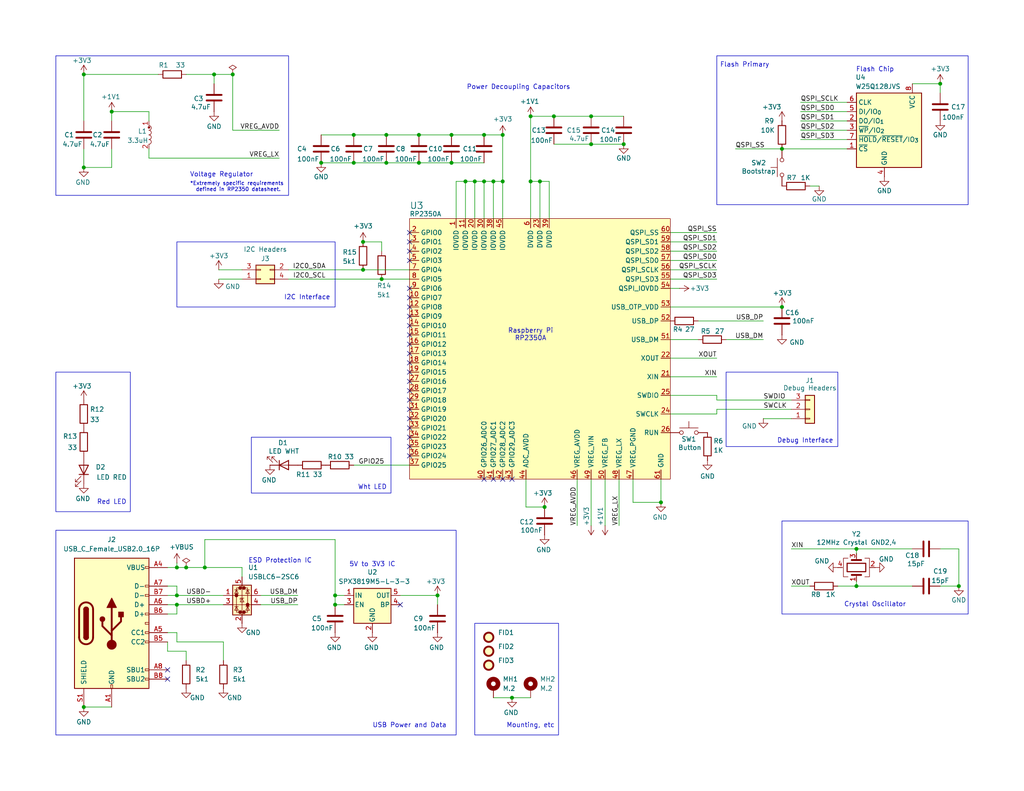
<source format=kicad_sch>
(kicad_sch (version 20250114) (generator "eeschema") (generator_version "9.0")
  (paper "A")
  (title_block (title "RP2350A Breakout Board") (date "2026-02-19") (rev "A") (company "N####### G####"))
  (rectangle (start 228.6 101.6) (end 198.12 121.92))
  (rectangle (start 15.24 144.78) (end 124.46 200.66))
  (rectangle (start 68.58 119.38) (end 106.68 134.62))
  (rectangle (start 195.58 15.24) (end 264.16 55.88))
  (rectangle (start 48.26 66.04) (end 91.44 83.82))
  (rectangle (start 213.36 142.24) (end 264.16 167.64))
  (rectangle (start 129.54 170.18) (end 152.4 200.66))
  (rectangle (start 15.24 101.6) (end 35.56 139.7))
  (rectangle (start 15.24 15.24) (end 78.74 53.34))
  (text "5V to 3V3 IC" (at 101.6 154.178 0) (effects (font (size 1.27 1.27))))
  (text "I2C Interface" (at 83.82 81.28 0) (effects (font (size 1.27 1.27))))
  (text "Debug Interface" (at 219.71 120.396 0) (effects (font (size 1.27 1.27))))
  (text "Raspberry Pi\nRP2350A" (at 144.78 91.44 0) (effects (font (size 1.27 1.27))))
  (text "Mounting, etc" (at 144.78 198.12 0) (effects (font (size 1.27 1.27))))
  (text "*Extremely specific requirements \ndefined in RP2350 datasheet." (at 65.024 51.054 0) (effects (font (size 1.016 1.016))))
  (text "ESD Protection IC" (at 76.454 153.162 0) (effects (font (size 1.27 1.27))))
  (text "Power Decoupling Capacitors" (at 141.478 23.876 0) (effects (font (size 1.27 1.27))))
  (text "Flash Primary" (at 203.2 17.78 0) (effects (font (size 1.27 1.27))))
  (text "Flash Chip" (at 238.76 19.05 0) (effects (font (size 1.27 1.27))))
  (text "Red LED" (at 30.48 137.16 0) (effects (font (size 1.27 1.27))))
  (text "USB Power and Data" (at 111.76 198.12 0) (effects (font (size 1.27 1.27))))
  (text "Wht LED" (at 101.6 133.096 0) (effects (font (size 1.27 1.27))))
  (text "Voltage Regulator" (at 60.452 47.752 0) (effects (font (size 1.27 1.27))))
  (text "Crystal Oscillator" (at 238.76 165.1 0) (effects (font (size 1.27 1.27))))
  (junction (at 91.44 162.56))
  (junction (at 132.08 36.83))
  (junction (at 256.54 22.86))
  (junction (at 147.32 49.53))
  (junction (at 161.29 39.37))
  (junction (at 58.42 20.32))
  (junction (at 22.86 193.04))
  (junction (at 137.16 36.83))
  (junction (at 63.5 20.32))
  (junction (at 48.26 154.94))
  (junction (at 55.88 154.94))
  (junction (at 144.78 31.75))
  (junction (at 180.34 137.16))
  (junction (at 129.54 49.53))
  (junction (at 161.29 31.75))
  (junction (at 233.68 149.86))
  (junction (at 119.38 162.56))
  (junction (at 114.3 36.83))
  (junction (at 105.41 44.45))
  (junction (at 22.86 20.32))
  (junction (at 137.16 49.53))
  (junction (at 151.13 31.75))
  (junction (at 99.06 66.04))
  (junction (at 50.8 154.94))
  (junction (at 105.41 36.83))
  (junction (at 48.26 162.56))
  (junction (at 127 49.53))
  (junction (at 170.18 39.37))
  (junction (at 144.78 49.53))
  (junction (at 48.26 165.1))
  (junction (at 96.52 36.83))
  (junction (at 139.7 190.5))
  (junction (at 261.62 160.02))
  (junction (at 213.36 83.82))
  (junction (at 96.52 44.45))
  (junction (at 87.63 44.45))
  (junction (at 30.48 30.48))
  (junction (at 132.08 49.53))
  (junction (at 123.19 44.45))
  (junction (at 213.36 40.64))
  (junction (at 134.62 49.53))
  (junction (at 114.3 44.45))
  (junction (at 104.14 76.2))
  (junction (at 123.19 36.83))
  (junction (at 99.06 73.66))
  (junction (at 91.44 165.1))
  (junction (at 22.86 45.72))
  (junction (at 233.68 160.02))
  (junction (at 148.59 138.43))
  (no_connect (at 111.76 111.76))
  (no_connect (at 137.16 130.81))
  (no_connect (at 111.76 104.14))
  (no_connect (at 139.7 130.81))
  (no_connect (at 132.08 130.81))
  (no_connect (at 111.76 116.84))
  (no_connect (at 111.76 66.04))
  (no_connect (at 111.76 119.38))
  (no_connect (at 111.76 63.5))
  (no_connect (at 111.76 81.28))
  (no_connect (at 111.76 93.98))
  (no_connect (at 111.76 99.06))
  (no_connect (at 111.76 88.9))
  (no_connect (at 134.62 130.81))
  (no_connect (at 111.76 71.12))
  (no_connect (at 45.72 182.88))
  (no_connect (at 111.76 101.6))
  (no_connect (at 111.76 124.46))
  (no_connect (at 111.76 109.22))
  (no_connect (at 111.76 91.44))
  (no_connect (at 111.76 78.74))
  (no_connect (at 111.76 106.68))
  (no_connect (at 111.76 114.3))
  (no_connect (at 111.76 121.92))
  (no_connect (at 111.76 96.52))
  (no_connect (at 109.22 165.1))
  (no_connect (at 111.76 68.58))
  (no_connect (at 111.76 83.82))
  (no_connect (at 111.76 86.36))
  (no_connect (at 45.72 185.42))
  (wire (pts (xy 93.98 165.1) (xy 91.44 165.1)))
  (wire (pts (xy 48.26 172.72) (xy 48.26 175.26)))
  (wire (pts (xy 48.26 162.56) (xy 60.96 162.56)))
  (wire (pts (xy 195.58 107.95) (xy 195.58 109.22)))
  (wire (pts (xy 99.06 73.66) (xy 111.76 73.66)))
  (wire (pts (xy 139.7 190.5) (xy 144.78 190.5)))
  (wire (pts (xy 151.13 39.37) (xy 161.29 39.37)))
  (wire (pts (xy 144.78 31.75) (xy 144.78 49.53)))
  (wire (pts (xy 215.9 114.3) (xy 208.28 114.3)))
  (wire (pts (xy 218.44 33.02) (xy 231.14 33.02)))
  (wire (pts (xy 55.88 147.32) (xy 91.44 147.32)))
  (wire (pts (xy 182.88 78.74) (xy 185.42 78.74)))
  (wire (pts (xy 256.54 160.02) (xy 261.62 160.02)))
  (wire (pts (xy 58.42 20.32) (xy 58.42 22.86)))
  (wire (pts (xy 58.42 20.32) (xy 63.5 20.32)))
  (wire (pts (xy 137.16 36.83) (xy 137.16 49.53)))
  (wire (pts (xy 114.3 44.45) (xy 123.19 44.45)))
  (wire (pts (xy 40.64 40.64) (xy 40.64 43.18)))
  (wire (pts (xy 149.86 49.53) (xy 149.86 59.69)))
  (wire (pts (xy 78.74 76.2) (xy 104.14 76.2)))
  (wire (pts (xy 195.58 113.03) (xy 195.58 111.76)))
  (wire (pts (xy 45.72 165.1) (xy 48.26 165.1)))
  (wire (pts (xy 48.26 153.67) (xy 48.26 154.94)))
  (wire (pts (xy 40.64 33.02) (xy 40.64 30.48)))
  (wire (pts (xy 22.86 20.32) (xy 43.18 20.32)))
  (wire (pts (xy 96.52 127) (xy 111.76 127)))
  (wire (pts (xy 104.14 76.2) (xy 111.76 76.2)))
  (wire (pts (xy 22.86 193.04) (xy 30.48 193.04)))
  (wire (pts (xy 105.41 44.45) (xy 114.3 44.45)))
  (wire (pts (xy 161.29 39.37) (xy 170.18 39.37)))
  (wire (pts (xy 182.88 66.04) (xy 195.58 66.04)))
  (wire (pts (xy 215.9 149.86) (xy 233.68 149.86)))
  (wire (pts (xy 182.88 107.95) (xy 195.58 107.95)))
  (wire (pts (xy 22.86 45.72) (xy 30.48 45.72)))
  (wire (pts (xy 132.08 49.53) (xy 132.08 59.69)))
  (wire (pts (xy 134.62 49.53) (xy 137.16 49.53)))
  (wire (pts (xy 161.29 31.75) (xy 170.18 31.75)))
  (wire (pts (xy 87.63 36.83) (xy 96.52 36.83)))
  (wire (pts (xy 45.72 167.64) (xy 48.26 167.64)))
  (wire (pts (xy 50.8 20.32) (xy 58.42 20.32)))
  (wire (pts (xy 218.44 30.48) (xy 231.14 30.48)))
  (wire (pts (xy 182.88 73.66) (xy 195.58 73.66)))
  (wire (pts (xy 182.88 76.2) (xy 195.58 76.2)))
  (wire (pts (xy 129.54 49.53) (xy 132.08 49.53)))
  (wire (pts (xy 218.44 35.56) (xy 231.14 35.56)))
  (wire (pts (xy 104.14 66.04) (xy 99.06 66.04)))
  (wire (pts (xy 55.88 154.94) (xy 66.04 154.94)))
  (wire (pts (xy 124.46 49.53) (xy 124.46 59.69)))
  (wire (pts (xy 198.12 92.71) (xy 208.28 92.71)))
  (wire (pts (xy 22.86 20.32) (xy 22.86 33.02)))
  (wire (pts (xy 71.12 162.56) (xy 81.28 162.56)))
  (wire (pts (xy 91.44 165.1) (xy 91.44 162.56)))
  (wire (pts (xy 161.29 130.81) (xy 161.29 143.51)))
  (wire (pts (xy 114.3 36.83) (xy 123.19 36.83)))
  (wire (pts (xy 60.96 175.26) (xy 60.96 180.34)))
  (wire (pts (xy 50.8 154.94) (xy 55.88 154.94)))
  (wire (pts (xy 45.72 175.26) (xy 45.72 177.8)))
  (wire (pts (xy 109.22 162.56) (xy 119.38 162.56)))
  (wire (pts (xy 45.72 162.56) (xy 48.26 162.56)))
  (wire (pts (xy 256.54 22.86) (xy 256.54 25.4)))
  (wire (pts (xy 132.08 36.83) (xy 137.16 36.83)))
  (wire (pts (xy 233.68 149.86) (xy 248.92 149.86)))
  (wire (pts (xy 143.51 130.81) (xy 143.51 138.43)))
  (wire (pts (xy 147.32 49.53) (xy 144.78 49.53)))
  (wire (pts (xy 218.44 38.1) (xy 231.14 38.1)))
  (wire (pts (xy 48.26 160.02) (xy 48.26 162.56)))
  (wire (pts (xy 134.62 190.5) (xy 139.7 190.5)))
  (wire (pts (xy 233.68 158.75) (xy 233.68 160.02)))
  (wire (pts (xy 134.62 49.53) (xy 134.62 59.69)))
  (wire (pts (xy 233.68 149.86) (xy 233.68 151.13)))
  (wire (pts (xy 45.72 177.8) (xy 50.8 177.8)))
  (wire (pts (xy 182.88 113.03) (xy 195.58 113.03)))
  (wire (pts (xy 149.86 49.53) (xy 147.32 49.53)))
  (wire (pts (xy 132.08 49.53) (xy 134.62 49.53)))
  (wire (pts (xy 48.26 175.26) (xy 60.96 175.26)))
  (wire (pts (xy 182.88 92.71) (xy 190.5 92.71)))
  (wire (pts (xy 87.63 44.45) (xy 96.52 44.45)))
  (wire (pts (xy 124.46 49.53) (xy 127 49.53)))
  (wire (pts (xy 233.68 160.02) (xy 248.92 160.02)))
  (wire (pts (xy 30.48 40.64) (xy 30.48 45.72)))
  (wire (pts (xy 228.6 160.02) (xy 233.68 160.02)))
  (wire (pts (xy 45.72 172.72) (xy 48.26 172.72)))
  (wire (pts (xy 180.34 130.81) (xy 180.34 137.16)))
  (wire (pts (xy 182.88 102.87) (xy 195.58 102.87)))
  (wire (pts (xy 40.64 43.18) (xy 76.2 43.18)))
  (wire (pts (xy 55.88 154.94) (xy 55.88 147.32)))
  (wire (pts (xy 261.62 149.86) (xy 261.62 160.02)))
  (wire (pts (xy 213.36 40.64) (xy 231.14 40.64)))
  (wire (pts (xy 220.98 50.8) (xy 223.52 50.8)))
  (wire (pts (xy 105.41 36.83) (xy 114.3 36.83)))
  (wire (pts (xy 172.72 130.81) (xy 172.72 137.16)))
  (wire (pts (xy 45.72 154.94) (xy 48.26 154.94)))
  (wire (pts (xy 127 49.53) (xy 129.54 49.53)))
  (wire (pts (xy 127 49.53) (xy 127 59.69)))
  (wire (pts (xy 182.88 63.5) (xy 195.58 63.5)))
  (wire (pts (xy 151.13 31.75) (xy 161.29 31.75)))
  (wire (pts (xy 91.44 147.32) (xy 91.44 162.56)))
  (wire (pts (xy 144.78 49.53) (xy 144.78 59.69)))
  (wire (pts (xy 129.54 49.53) (xy 129.54 59.69)))
  (wire (pts (xy 147.32 49.53) (xy 147.32 59.69)))
  (wire (pts (xy 63.5 35.56) (xy 76.2 35.56)))
  (wire (pts (xy 143.51 138.43) (xy 148.59 138.43)))
  (wire (pts (xy 256.54 149.86) (xy 261.62 149.86)))
  (wire (pts (xy 200.66 40.64) (xy 213.36 40.64)))
  (wire (pts (xy 172.72 137.16) (xy 180.34 137.16)))
  (wire (pts (xy 195.58 111.76) (xy 215.9 111.76)))
  (wire (pts (xy 93.98 162.56) (xy 91.44 162.56)))
  (wire (pts (xy 30.48 30.48) (xy 40.64 30.48)))
  (wire (pts (xy 157.48 130.81) (xy 157.48 143.51)))
  (wire (pts (xy 96.52 44.45) (xy 105.41 44.45)))
  (wire (pts (xy 59.69 73.66) (xy 66.04 73.66)))
  (wire (pts (xy 195.58 109.22) (xy 215.9 109.22)))
  (wire (pts (xy 182.88 83.82) (xy 213.36 83.82)))
  (wire (pts (xy 78.74 73.66) (xy 99.06 73.66)))
  (wire (pts (xy 123.19 36.83) (xy 132.08 36.83)))
  (wire (pts (xy 144.78 31.75) (xy 151.13 31.75)))
  (wire (pts (xy 50.8 177.8) (xy 50.8 180.34)))
  (wire (pts (xy 104.14 68.58) (xy 104.14 66.04)))
  (wire (pts (xy 123.19 44.45) (xy 132.08 44.45)))
  (wire (pts (xy 165.1 130.81) (xy 165.1 143.51)))
  (wire (pts (xy 59.69 76.2) (xy 66.04 76.2)))
  (wire (pts (xy 71.12 165.1) (xy 81.28 165.1)))
  (wire (pts (xy 63.5 20.32) (xy 63.5 35.56)))
  (wire (pts (xy 248.92 22.86) (xy 256.54 22.86)))
  (wire (pts (xy 48.26 167.64) (xy 48.26 165.1)))
  (wire (pts (xy 30.48 30.48) (xy 30.48 33.02)))
  (wire (pts (xy 182.88 97.79) (xy 195.58 97.79)))
  (wire (pts (xy 182.88 71.12) (xy 195.58 71.12)))
  (wire (pts (xy 182.88 68.58) (xy 195.58 68.58)))
  (wire (pts (xy 22.86 40.64) (xy 22.86 45.72)))
  (wire (pts (xy 96.52 36.83) (xy 105.41 36.83)))
  (wire (pts (xy 66.04 154.94) (xy 66.04 157.48)))
  (wire (pts (xy 218.44 27.94) (xy 231.14 27.94)))
  (wire (pts (xy 190.5 87.63) (xy 208.28 87.63)))
  (wire (pts (xy 45.72 160.02) (xy 48.26 160.02)))
  (wire (pts (xy 168.91 130.81) (xy 168.91 143.51)))
  (wire (pts (xy 48.26 154.94) (xy 50.8 154.94)))
  (wire (pts (xy 220.98 160.02) (xy 215.9 160.02)))
  (wire (pts (xy 119.38 162.56) (xy 119.38 165.1)))
  (wire (pts (xy 48.26 165.1) (xy 60.96 165.1)))
  (wire (pts (xy 137.16 49.53) (xy 137.16 59.69)))
  (label "QSPI_SD2" (at 218.44 35.56 0))
  (label "I2C0_SDA" (at 88.9 73.66 180))
  (label "QSPI_SD1" (at 218.44 33.02 0))
  (label "SWDIO" (at 208.28 109.22 0))
  (label "SWCLK" (at 208.28 111.76 0))
  (label "USB_DM" (at 81.28 162.56 180))
  (label "VREG_LX" (at 168.91 143.51 90))
  (label "QSPI_SS" (at 195.58 63.5 180))
  (label "QSPI_SD3" (at 195.58 76.2 180))
  (label "QSPI_SD0" (at 218.44 30.48 0))
  (label "I2C0_SCL" (at 88.9 76.2 180))
  (label "XIN" (at 215.9 149.86 0))
  (label "QSPI_SD3" (at 218.44 38.1 0))
  (label "USB_DP" (at 81.28 165.1 180))
  (label "USBD+" (at 50.8 165.1 0))
  (label "QSPI_SD1" (at 195.58 66.04 180))
  (label "QSPI_SD0" (at 195.58 71.12 180))
  (label "USB_DM" (at 208.28 92.71 180))
  (label "VREG_AVDD" (at 76.2 35.56 180))
  (label "VREG_AVDD" (at 157.48 143.51 90))
  (label "QSPI_SCLK" (at 218.44 27.94 0))
  (label "XOUT" (at 195.58 97.79 180))
  (label "GPIO25" (at 97.79 127 0))
  (label "QSPI_SD2" (at 195.58 68.58 180))
  (label "QSPI_SS" (at 200.66 40.64 0))
  (label "USBD-" (at 50.8 162.56 0))
  (label "VREG_LX" (at 76.2 43.18 180))
  (label "USB_DP" (at 208.28 87.63 180))
  (label "XIN" (at 195.58 102.87 180))
  (label "XOUT" (at 215.9 160.02 0))
  (label "QSPI_SCLK" (at 195.58 73.66 180))
  (symbol (lib_id "Device:C") (at 256.54 29.21 0) (mirror y) (unit 1)
    (property "Reference" "C17" (at 263.398 29.21 0) (effects (justify left)))
    (property "Value" "100nF" (at 263.144 32.004 0) (effects (justify left)))
    (property "Footprint" "Capacitor_SMD:C_0603_1608Metric" (effects (hide yes)))
    (property "Datasheet" "https://jlcpcb.com/api/file/downloadByFileSystemAccessId/8667086713681608704" (effects (hide yes)))
    (property "Description" "100nF 50V X7R ±10% 0603 Multilayer Ceramic Unpolarized Capacitors" (effects (hide yes)))
    (property "Manufacturer" "YAGEO" (effects (hide yes)))
    (property "Manufacturer Part Number" "CC0603KRX7R9BB104" (effects (hide yes)))
    (property "Distributor Link 1" "https://www.mouser.com/ProductDetail/YAGEO/CC0603KRX7R9BB104?qs=vTakOoo5QyLvVCYM2ge8LQ%3D%3D" (effects (hide yes)))
    (property "Distributor Link 2" "https://www.digikey.com/en/products/detail/yageo/CC0603KRX7R9BB104/2103082?s=N4IgTCBcDaIMJwAwDZEGYDSAlAGgdiwE4AhYgRkQBYQBdAXyA" (effects (hide yes)))
    (property "LCSC Part Number" "C14663" (effects (hide yes)))
  )
  (symbol (lib_id "Switch:SW_Push") (at 187.96 118.11 0) (unit 1)
    (property "Reference" "SW1" (at 187.96 119.888 0))
    (property "Value" "Button" (at 188.214 122.174 0))
    (property "Footprint" "Button_Switch_SMD:SW_SPST_TS-1088-xR020" (effects (hide yes)))
    (property "Datasheet" "https://www.lcsc.com/datasheet/C720477.pdf" (effects (hide yes)))
    (property "Description" "Push button, -30℃~+80℃ 1.6N 100,000 Cycles 12V 2mm 3mm 4mm 50mA Black Round Button SMD(SMT) Tab SPST Surface Mount,Vertical Without Bracket SMD,4x3mm" (effects (hide yes)))
    (property "Manufacturer" "XUNPU" (effects (hide yes)))
    (property "Manufacturer Part Number" "TS-1088-AR02016" (effects (hide yes)))
    (property "LCSC Link" "https://www.lcsc.com/product-detail/C720477.html?s_z=n_C720477" (effects (hide yes)))
    (property "LCSC Part Number" "C720477" (effects (hide yes)))
  )
  (symbol (lib_id "custom:RP2350A") (at 111.76 59.69 0) (unit 1)
    (property "Reference" "U3" (at 111.76 56.134 0) (effects (font (size 1.778 1.778)) (justify left)))
    (property "Value" "RP2350A" (at 111.76 58.42 0) (effects (justify left)))
    (property "Footprint" "Package_DFN_QFN:QFN-60-1EP_7x7mm_P0.4mm_EP3.4x3.4mm" (effects (hide yes)))
    (property "Datasheet" "https://pip-assets.raspberrypi.com/categories/1214-rp2350/documents/RP-008373-DS-2-rp2350-datasheet.pdf" (effects (hide yes)))
    (property "Description" "Microcontroller RP2350A from Raspberry Pi 150MHz 520KB RAM 0MB FLASH" (effects (hide yes)))
    (property "Manufacturer" "Raspberry Pi" (effects (hide yes)))
    (property "Manufacturer Part Number" "RP2350A" (effects (hide yes)))
    (property "Distributor Link 1" "https://www.digikey.com/en/products/detail/raspberry-pi/SC1509-A4/26241108" (effects (hide yes)))
    (property "Distributor Link 2" "https://www.mouser.com/ProductDetail/Raspberry-Pi/SC1509-A4?qs=jcD%2FCkGBYeMjax32yHei3A%3D%3D" (effects (hide yes)))
    (property "LCSC Part Number" "C42411118" (effects (hide yes)))
  )
  (symbol (lib_id "power:PWR_FLAG") (at 50.8 154.94 0) (unit 1)
    (property "Reference" "#FLG02" (effects (hide yes)))
    (property "Value" "PWR_FLAG" (effects (hide yes)))
    (property "Description" "Special symbol for telling ERC where power comes from" (effects (hide yes)))
  )
  (symbol (lib_id "power:GND") (at 148.59 146.05 0) (unit 1)
    (property "Reference" "#PWR021" (effects (hide yes)))
    (property "Value" "GND" (at 148.336 150.114 0))
    (property "Description" "Power symbol creates a global label with name \"GND\" , ground" (effects (hide yes)))
  )
  (symbol (lib_id "power:GND") (at 58.42 30.48 0) (unit 1)
    (property "Reference" "#PWR010" (effects (hide yes)))
    (property "Value" "GND" (at 58.42 34.544 0))
    (property "Description" "Power symbol creates a global label with name \"GND\" , ground" (effects (hide yes)))
  )
  (symbol (lib_id "Device:R") (at 46.99 20.32 90) (mirror x) (unit 1)
    (property "Reference" "R1" (at 45.974 17.78 90) (effects (justify left)))
    (property "Value" "33" (at 50.546 17.78 90) (effects (justify left)))
    (property "Footprint" "Resistor_SMD:R_0603_1608Metric" (effects (hide yes)))
    (property "Datasheet" "https://www.lcsc.com/datasheet/C23140.pdf" (effects (hide yes)))
    (property "Description" "Resistor, 33Ω ±1% 100mW 0603 Thick Film" (effects (hide yes)))
    (property "Manufacturer" "UNI-ROYAL(Uniroyal Elec)" (effects (hide yes)))
    (property "Manufacturer Part Number" "0603WAF330JT5E" (effects (hide yes)))
    (property "Distributor Link 1" "https://www.mouser.com/ProductDetail/Royalohm/0603WAF330JT5E?qs=e8oIoAS2J1RitKiKgULsBA%3D%3D" (effects (hide yes)))
    (property "LCSC Part Number" "C23140" (effects (hide yes)))
  )
  (symbol (lib_id "power:+3V3") (at 137.16 36.83 0) (unit 1)
    (property "Reference" "#PWR018" (effects (hide yes)))
    (property "Value" "+3V3" (at 137.16 32.512 0))
    (property "Description" "Power symbol creates a global label with name \"+3V3\"" (effects (hide yes)))
  )
  (symbol (lib_id "Connector_Generic:Conn_01x03") (at 220.98 111.76 0) (mirror x) (unit 1)
    (property "Reference" "J1" (at 220.98 103.886 0))
    (property "Value" "Debug Headers" (at 220.98 105.918 0))
    (property "Footprint" "Connector_PinHeader_2.54mm:PinHeader_1x03_P2.54mm_Vertical" (effects (hide yes)))
    (property "Description" "Generic connector, single row, 01x03, script generated (kicad-library-utils/schlib/autogen/connector/)" (effects (hide yes)))
  )
  (symbol (lib_id "Device:R") (at 213.36 36.83 0) (unit 1)
    (property "Reference" "R9" (at 208.534 33.02 0) (effects (justify left)))
    (property "Value" "10K" (at 207.518 35.56 0) (effects (justify left)))
    (property "Footprint" "Resistor_SMD:R_0603_1608Metric" (effects (hide yes)))
    (property "Datasheet" "https://jlcpcb.com/api/file/downloadByFileSystemAccessId/8579706381320323072" (effects (hide yes)))
    (property "Description" "Resistor -55℃~+155℃ 100mW 10kΩ 75V Thick Film Resistor ±1% ±100ppm/℃ 0603" (effects (hide yes)))
    (property "Manufacturer" "UNI-ROYAL(Uniroyal Elec)" (effects (hide yes)))
    (property "Manufacturer Part Number" "0603WAF1002T5E" (effects (hide yes)))
    (property "Distributor Link 1" "https://www.mouser.com/ProductDetail/Royalohm/0603WAF1002T5E?qs=e8oIoAS2J1TC2D0IjbSyGA%3D%3D" (effects (hide yes)))
    (property "LCSC Link" "https://www.lcsc.com/product-detail/C25804.html?s_z=n_0603WAF1002T5E%2520" (effects (hide yes)))
    (property "LCSC Part Number" "C25804" (effects (hide yes)))
  )
  (symbol (lib_id "power:GND") (at 213.36 91.44 0) (mirror y) (unit 1)
    (property "Reference" "#PWR025" (effects (hide yes)))
    (property "Value" "GND" (at 215.392 93.472 0) (effects (justify right)))
    (property "Description" "Power symbol creates a global label with name \"GND\" , ground" (effects (hide yes)))
  )
  (symbol (lib_id "power:GND") (at 73.66 127 0) (unit 1)
    (property "Reference" "#PWR029" (effects (hide yes)))
    (property "Value" "GND" (at 73.406 131.064 0))
    (property "Description" "Power symbol creates a global label with name \"GND\" , ground" (effects (hide yes)))
  )
  (symbol (lib_id "power:+1V1") (at 165.1 143.51 180) (unit 1)
    (property "Reference" "#PWR038" (effects (hide yes)))
    (property "Value" "+1V1" (at 163.83 140.97 90))
    (property "Description" "Power symbol creates a global label with name \"+1V1\"" (effects (hide yes)))
  )
  (symbol (lib_id "Regulator_Linear:SPX3819M5-L-3-3") (at 101.6 165.1 0) (unit 1)
    (property "Reference" "U2" (at 101.6 156.21 0))
    (property "Value" "SPX3819M5-L-3-3" (at 102.108 158.75 0))
    (property "Footprint" "Package_TO_SOT_SMD:SOT-23-5" (effects (hide yes)))
    (property "Datasheet" "https://www.exar.com/content/document.ashx?id=22106&languageid=1033&type=Datasheet&partnumber=SPX3819&filename=SPX3819.pdf&part=SPX3819" (effects (hide yes)))
    (property "Description" "500mA Low drop-out regulator, Fixed Output 3.3V, SOT-23-5" (effects (hide yes)))
  )
  (symbol (lib_id "power:GND") (at 139.7 190.5 0) (unit 1)
    (property "Reference" "#PWR039" (effects (hide yes)))
    (property "Value" "GND" (at 139.446 194.564 0))
    (property "Description" "Power symbol creates a global label with name \"GND\" , ground" (effects (hide yes)))
  )
  (symbol (lib_id "power:GND") (at 50.8 187.96 0) (unit 1)
    (property "Reference" "#PWR09" (effects (hide yes)))
    (property "Value" "GND" (at 53.848 190.5 0))
    (property "Description" "Power symbol creates a global label with name \"GND\" , ground" (effects (hide yes)))
  )
  (symbol (lib_id "power:+3V3") (at 185.42 78.74 270) (unit 1)
    (property "Reference" "#PWR024" (effects (hide yes)))
    (property "Value" "+3V3" (at 188.214 78.74 90) (effects (justify left)))
    (property "Description" "Power symbol creates a global label with name \"+3V3\"" (effects (hide yes)))
  )
  (symbol (lib_id "power:GND") (at 193.04 125.73 0) (mirror y) (unit 1)
    (property "Reference" "#PWR026" (effects (hide yes)))
    (property "Value" "GND" (at 193.04 130.048 0))
    (property "Description" "Power symbol creates a global label with name \"GND\" , ground" (effects (hide yes)))
  )
  (symbol (lib_id "power:+3V3") (at 148.59 138.43 0) (unit 1)
    (property "Reference" "#PWR020" (effects (hide yes)))
    (property "Value" "+3V3" (at 148.082 134.62 0))
    (property "Description" "Power symbol creates a global label with name \"+3V3\"" (effects (hide yes)))
  )
  (symbol (lib_id "Device:C") (at 91.44 168.91 0) (unit 1)
    (property "Reference" "C5" (at 85.09 168.91 0) (effects (justify left)))
    (property "Value" "100nF" (at 90.932 171.45 0) (effects (justify right)))
    (property "Footprint" "Capacitor_SMD:C_0603_1608Metric" (effects (hide yes)))
    (property "Datasheet" "https://jlcpcb.com/api/file/downloadByFileSystemAccessId/8667086713681608704" (effects (hide yes)))
    (property "Description" "100nF 50V X7R ±10% 0603 Multilayer Ceramic Unpolarized Capacitors" (effects (hide yes)))
    (property "Manufacturer" "YAGEO" (effects (hide yes)))
    (property "Manufacturer Part Number" "CC0603KRX7R9BB104" (effects (hide yes)))
    (property "Distributor Link 1" "https://www.mouser.com/ProductDetail/YAGEO/CC0603KRX7R9BB104?qs=vTakOoo5QyLvVCYM2ge8LQ%3D%3D" (effects (hide yes)))
    (property "Distributor Link 2" "https://www.digikey.com/en/products/detail/yageo/CC0603KRX7R9BB104/2103082?s=N4IgTCBcDaIMJwAwDZEGYDSAlAGgdiwE4AhYgRkQBYQBdAXyA" (effects (hide yes)))
    (property "LCSC Part Number" "C14663" (effects (hide yes)))
  )
  (symbol (lib_id "power:GND") (at 180.34 137.16 0) (unit 1)
    (property "Reference" "#PWR023" (effects (hide yes)))
    (property "Value" "GND" (at 180.086 141.224 0))
    (property "Description" "Power symbol creates a global label with name \"GND\" , ground" (effects (hide yes)))
  )
  (symbol (lib_id "Device:LED") (at 22.86 128.27 270) (mirror x) (unit 1)
    (property "Reference" "D2" (at 27.432 127.508 90))
    (property "Value" "LED RED" (at 30.48 130.302 90))
    (property "Footprint" "LED_SMD:LED_0603_1608Metric" (effects (hide yes)))
    (property "Datasheet" "https://jlcpcb.com/api/file/downloadByFileSystemAccessId/8550723991833485312" (effects (hide yes)))
    (property "Description" "LED -40℃~+85℃ 120° 2.4V 20mA 300mcd 40mW 615nm~630nm 645nm" (effects (hide yes)))
    (property "Sim.Pins" "1=K 2=A" (effects (hide yes)))
    (property "Manufacturer" "Hubei KENTO Elec" (effects (hide yes)))
    (property "Manufacturer Part Number" "KT-0603R" (effects (hide yes)))
    (property "LCSC Part Number" "C2286" (effects (hide yes)))
  )
  (symbol (lib_id "Device:C") (at 170.18 35.56 0) (mirror y) (unit 1)
    (property "Reference" "C14" (at 167.894 35.56 0) (effects (justify left)))
    (property "Value" "100nF" (at 169.672 38.1 0) (effects (justify left)))
    (property "Footprint" "Capacitor_SMD:C_0603_1608Metric" (effects (hide yes)))
    (property "Datasheet" "https://jlcpcb.com/api/file/downloadByFileSystemAccessId/8667086713681608704" (effects (hide yes)))
    (property "Description" "100nF 50V X7R ±10% 0603 Multilayer Ceramic Unpolarized Capacitors" (effects (hide yes)))
    (property "Manufacturer" "YAGEO" (effects (hide yes)))
    (property "Manufacturer Part Number" "CC0603KRX7R9BB104" (effects (hide yes)))
    (property "Distributor Link 1" "https://www.mouser.com/ProductDetail/YAGEO/CC0603KRX7R9BB104?qs=vTakOoo5QyLvVCYM2ge8LQ%3D%3D" (effects (hide yes)))
    (property "Distributor Link 2" "https://www.digikey.com/en/products/detail/yageo/CC0603KRX7R9BB104/2103082?s=N4IgTCBcDaIMJwAwDZEGYDSAlAGgdiwE4AhYgRkQBYQBdAXyA" (effects (hide yes)))
    (property "LCSC Part Number" "C14663" (effects (hide yes)))
  )
  (symbol (lib_id "custom:Conn_02x02_Odd_Even_custom") (at 71.12 76.2 0) (mirror x) (unit 1)
    (property "Reference" "J3" (at 72.39 70.612 0))
    (property "Value" "I2C Headers" (at 72.39 68.072 0))
    (property "Footprint" "Connector_PinHeader_2.54mm:PinHeader_2x02_P2.54mm_Vertical" (effects (hide yes)))
    (property "Description" "Generic connector, double row, 02x02, odd/even pin numbering scheme (row 1 odd numbers, row 2 even numbers), script generated (kicad-library-utils/schlib/autogen/connector/)" (effects (hide yes)))
  )
  (symbol (lib_id "Device:C") (at 123.19 40.64 0) (unit 1)
    (property "Reference" "C10" (at 116.84 40.64 0) (effects (justify left)))
    (property "Value" "100nF" (at 116.586 43.434 0) (effects (justify left)))
    (property "Footprint" "Capacitor_SMD:C_0603_1608Metric" (effects (hide yes)))
    (property "Datasheet" "https://jlcpcb.com/api/file/downloadByFileSystemAccessId/8667086713681608704" (effects (hide yes)))
    (property "Description" "100nF 50V X7R ±10% 0603 Multilayer Ceramic Unpolarized Capacitors" (effects (hide yes)))
    (property "Manufacturer" "YAGEO" (effects (hide yes)))
    (property "Manufacturer Part Number" "CC0603KRX7R9BB104" (effects (hide yes)))
    (property "Distributor Link 1" "https://www.mouser.com/ProductDetail/YAGEO/CC0603KRX7R9BB104?qs=vTakOoo5QyLvVCYM2ge8LQ%3D%3D" (effects (hide yes)))
    (property "Distributor Link 2" "https://www.digikey.com/en/products/detail/yageo/CC0603KRX7R9BB104/2103082?s=N4IgTCBcDaIMJwAwDZEGYDSAlAGgdiwE4AhYgRkQBYQBdAXyA" (effects (hide yes)))
    (property "LCSC Part Number" "C14663" (effects (hide yes)))
  )
  (symbol (lib_id "power:GND") (at 228.6 154.94 270) (mirror x) (unit 1)
    (property "Reference" "#PWR040" (effects (hide yes)))
    (property "Value" "GND" (at 226.314 153.162 90) (effects (justify right)))
    (property "Description" "Power symbol creates a global label with name \"GND\" , ground" (effects (hide yes)))
  )
  (symbol (lib_id "power:GND") (at 22.86 132.08 0) (unit 1)
    (property "Reference" "#PWR035" (effects (hide yes)))
    (property "Value" "GND" (at 22.606 136.144 0))
    (property "Description" "Power symbol creates a global label with name \"GND\" , ground" (effects (hide yes)))
  )
  (symbol (lib_id "power:GND") (at 208.28 114.3 0) (mirror y) (unit 1)
    (property "Reference" "#PWR06" (effects (hide yes)))
    (property "Value" "GND" (at 204.47 116.332 0))
    (property "Description" "Power symbol creates a global label with name \"GND\" , ground" (effects (hide yes)))
  )
  (symbol (lib_id "Device:C") (at 105.41 40.64 0) (unit 1)
    (property "Reference" "C7" (at 99.06 40.64 0) (effects (justify left)))
    (property "Value" "100nF" (at 98.806 43.434 0) (effects (justify left)))
    (property "Footprint" "Capacitor_SMD:C_0603_1608Metric" (effects (hide yes)))
    (property "Datasheet" "https://jlcpcb.com/api/file/downloadByFileSystemAccessId/8667086713681608704" (effects (hide yes)))
    (property "Description" "100nF 50V X7R ±10% 0603 Multilayer Ceramic Unpolarized Capacitors" (effects (hide yes)))
    (property "Manufacturer" "YAGEO" (effects (hide yes)))
    (property "Manufacturer Part Number" "CC0603KRX7R9BB104" (effects (hide yes)))
    (property "Distributor Link 1" "https://www.mouser.com/ProductDetail/YAGEO/CC0603KRX7R9BB104?qs=vTakOoo5QyLvVCYM2ge8LQ%3D%3D" (effects (hide yes)))
    (property "Distributor Link 2" "https://www.digikey.com/en/products/detail/yageo/CC0603KRX7R9BB104/2103082?s=N4IgTCBcDaIMJwAwDZEGYDSAlAGgdiwE4AhYgRkQBYQBdAXyA" (effects (hide yes)))
    (property "LCSC Part Number" "C14663" (effects (hide yes)))
  )
  (symbol (lib_id "Device:LED") (at 77.47 127 0) (mirror x) (unit 1)
    (property "Reference" "D1" (at 77.216 120.904 0))
    (property "Value" "LED WHT" (at 77.47 123.19 0))
    (property "Footprint" "LED_SMD:LED_0603_1608Metric" (effects (hide yes)))
    (property "Datasheet" "https://jlcpcb.com/api/file/downloadByFileSystemAccessId/8550724001388785664" (effects (hide yes)))
    (property "Description" "LED 100mW 120° 2.6V~3.1V 360mcd 5mA" (effects (hide yes)))
    (property "Sim.Pins" "1=K 2=A" (effects (hide yes)))
    (property "Manufacturer" "Hubei KENTO Elec" (effects (hide yes)))
    (property "Manufacturer Part Number" "KT-0603W" (effects (hide yes)))
    (property "LCSC Part Number" "C2290" (effects (hide yes)))
  )
  (symbol (lib_id "power:PWR_FLAG") (at 63.5 20.32 0) (unit 1)
    (property "Reference" "#FLG03" (effects (hide yes)))
    (property "Value" "PWR_FLAG" (effects (hide yes)))
    (property "Description" "Special symbol for telling ERC where power comes from" (effects (hide yes)))
  )
  (symbol (lib_id "Device:C") (at 96.52 40.64 0) (unit 1)
    (property "Reference" "C6" (at 90.17 40.64 0) (effects (justify left)))
    (property "Value" "100nF" (at 89.916 43.434 0) (effects (justify left)))
    (property "Footprint" "Capacitor_SMD:C_0603_1608Metric" (effects (hide yes)))
    (property "Datasheet" "https://jlcpcb.com/api/file/downloadByFileSystemAccessId/8667086713681608704" (effects (hide yes)))
    (property "Description" "100nF 50V X7R ±10% 0603 Multilayer Ceramic Unpolarized Capacitors" (effects (hide yes)))
    (property "Manufacturer" "YAGEO" (effects (hide yes)))
    (property "Manufacturer Part Number" "CC0603KRX7R9BB104" (effects (hide yes)))
    (property "Distributor Link 1" "https://www.mouser.com/ProductDetail/YAGEO/CC0603KRX7R9BB104?qs=vTakOoo5QyLvVCYM2ge8LQ%3D%3D" (effects (hide yes)))
    (property "Distributor Link 2" "https://www.digikey.com/en/products/detail/yageo/CC0603KRX7R9BB104/2103082?s=N4IgTCBcDaIMJwAwDZEGYDSAlAGgdiwE4AhYgRkQBYQBdAXyA" (effects (hide yes)))
    (property "LCSC Part Number" "C14663" (effects (hide yes)))
  )
  (symbol (lib_id "power:+3V3") (at 256.54 22.86 0) (unit 1)
    (property "Reference" "#PWR041" (effects (hide yes)))
    (property "Value" "+3V3" (at 256.54 18.796 0))
    (property "Description" "Power symbol creates a global label with name \"+3V3\"" (effects (hide yes)))
  )
  (symbol (lib_id "Mechanical:Fiducial") (at 133.35 173.99 0) (unit 1) (in_bom no)
    (property "Reference" "FID1" (at 135.89 172.7199 0) (effects (justify left)))
    (property "Footprint" "Fiducial:Fiducial_1mm_Mask2mm" (effects (hide yes)))
    (property "Description" "Fiducial Marker" (effects (hide yes)))
  )
  (symbol (lib_id "Device:R") (at 22.86 120.65 0) (mirror y) (unit 1)
    (property "Reference" "R13" (at 21.082 119.126 0) (effects (justify left)))
    (property "Value" "33" (at 21.082 122.174 0) (effects (justify left)))
    (property "Footprint" "Resistor_SMD:R_0603_1608Metric" (effects (hide yes)))
    (property "Datasheet" "https://www.lcsc.com/datasheet/C23140.pdf" (effects (hide yes)))
    (property "Description" "Resistor, 33Ω ±1% 100mW 0603 Thick Film" (effects (hide yes)))
    (property "Manufacturer" "UNI-ROYAL(Uniroyal Elec)" (effects (hide yes)))
    (property "Manufacturer Part Number" "0603WAF330JT5E" (effects (hide yes)))
    (property "Distributor Link 1" "https://www.mouser.com/ProductDetail/Royalohm/0603WAF330JT5E?qs=e8oIoAS2J1RitKiKgULsBA%3D%3D" (effects (hide yes)))
    (property "LCSC Part Number" "C23140" (effects (hide yes)))
  )
  (symbol (lib_id "Device:C") (at 161.29 35.56 0) (mirror y) (unit 1)
    (property "Reference" "C15" (at 158.496 35.56 0) (effects (justify left)))
    (property "Value" "4.7uF" (at 160.782 37.846 0) (effects (justify left)))
    (property "Footprint" "Capacitor_SMD:C_0603_1608Metric" (effects (hide yes)))
    (property "Datasheet" "https://www.lcsc.com/datasheet/C19666.pdf" (effects (hide yes)))
    (property "Description" "Capacitor, 4.7uF ±10% 16V Ceramic X5R 0603" (effects (hide yes)))
    (property "Manufacturer" "Samsung Electro-Mechanics" (effects (hide yes)))
    (property "Manufacturer Part Number" "CL10A475KO8NNNC" (effects (hide yes)))
    (property "Distributor Link 1" "https://www.mouser.com/ProductDetail/Samsung-Electro-Mechanics/CL10A475KO8NNNC?qs=X6jEic%2FHinAbIjmLnFfqqQ%3D%3D" (effects (hide yes)))
    (property "Distributor Link 2" "https://www.digikey.com/en/products/detail/samsung-electro-mechanics/CL10A475KO8NNNC/3887442?s=N4IgTCBcDaIMIBkCMAGAggFgOwFYDSA8gBwByZcABCALoC%2BQA" (effects (hide yes)))
    (property "LCSC Part Number" "C19666" (effects (hide yes)))
  )
  (symbol (lib_id "Mechanical:MountingHole_Pad") (at 144.78 187.96 0) (unit 1) (in_bom no)
    (property "Reference" "MH2" (at 147.32 185.4199 0) (effects (justify left)))
    (property "Value" "M.2" (at 147.32 187.9599 0) (effects (justify left)))
    (property "Footprint" "MountingHole:MountingHole_2.2mm_M2_Pad_Via" (effects (hide yes)))
    (property "Description" "Mounting Hole with connection" (effects (hide yes)))
  )
  (symbol (lib_id "custom:Crystal_GND24_custom") (at 233.68 154.94 90) (unit 1)
    (property "Reference" "Y2" (at 233.68 145.796 90))
    (property "Value" "12MHz Crystal GND2,4" (at 233.68 148.082 90))
    (property "Footprint" "oscillators:ABM8-272-T3" (effects (hide yes)))
    (property "Datasheet" "https://www.lcsc.com/datasheet/C20625731.pdf" (effects (hide yes)))
    (property "Description" "12MHz ±30ppm 10pF ±30ppm SMD3225-4P Crystals RoHS" (effects (hide yes)))
    (property private "KLC_S3.3" "The rectangle is not a symbol body but a graphical element" (effects (hide yes)))
    (property private "KLC_S4.1" "Some pins are on 50mil grid to make the symbol small" (effects (hide yes)))
    (property "Manufacturer" "ABRACON" (effects (hide yes)))
    (property "Manufacturer Part Number" "ABM8-272-T3" (effects (hide yes)))
    (property "Distributor Link 1" "https://www.mouser.com/ProductDetail/ABRACON/ABM8-272-T3?qs=QpmGXVUTftEj6miOiJBMxQ%3D%3D" (effects (hide yes)))
    (property "Distributor Link 2" "https://www.digikey.com/en/products/detail/abracon-llc/ABM8-272-T3/22472366?s=N4IgTCBcDaIIICECyAOAtGA7GNAVAzCALoC%2BQA" (effects (hide yes)))
    (property "LCSC Part Number" "C20625731" (effects (hide yes)))
  )
  (symbol (lib_id "Device:C") (at 119.38 168.91 0) (unit 1)
    (property "Reference" "C9" (at 112.776 168.91 0) (effects (justify left)))
    (property "Value" "100nF" (at 118.872 171.45 0) (effects (justify right)))
    (property "Footprint" "Capacitor_SMD:C_0603_1608Metric" (effects (hide yes)))
    (property "Datasheet" "https://jlcpcb.com/api/file/downloadByFileSystemAccessId/8667086713681608704" (effects (hide yes)))
    (property "Description" "100nF 50V X7R ±10% 0603 Multilayer Ceramic Unpolarized Capacitors" (effects (hide yes)))
    (property "Manufacturer" "YAGEO" (effects (hide yes)))
    (property "Manufacturer Part Number" "CC0603KRX7R9BB104" (effects (hide yes)))
    (property "Distributor Link 1" "https://www.mouser.com/ProductDetail/YAGEO/CC0603KRX7R9BB104?qs=vTakOoo5QyLvVCYM2ge8LQ%3D%3D" (effects (hide yes)))
    (property "Distributor Link 2" "https://www.digikey.com/en/products/detail/yageo/CC0603KRX7R9BB104/2103082?s=N4IgTCBcDaIMJwAwDZEGYDSAlAGgdiwE4AhYgRkQBYQBdAXyA" (effects (hide yes)))
    (property "LCSC Part Number" "C14663" (effects (hide yes)))
  )
  (symbol (lib_id "Device:C") (at 252.73 149.86 270) (unit 1)
    (property "Reference" "C18" (at 248.92 151.638 90))
    (property "Value" "15pF" (at 249.936 153.924 90))
    (property "Footprint" "Capacitor_SMD:C_0603_1608Metric" (effects (hide yes)))
    (property "Datasheet" "https://jlcpcb.com/api/file/downloadByFileSystemAccessId/8579707088035516416" (effects (hide yes)))
    (property "Description" "15pF 50V C0G ±5% 0603 Multilayer Ceramic Capacitors MLCC - SMD/SMT" (effects (hide yes)))
    (property "Manufacturer" "Samsung Electro-Mechanics" (effects (hide yes)))
    (property "Manufacturer Part Number" "CL10C150JB8NNNC" (effects (hide yes)))
    (property "Distributor Link 1" "https://www.mouser.com/ProductDetail/YAGEO/CC060https://www.mouser.com/ProductDetail/Samsung-Electro-Mechanics/CL10C150JB8NNNC?qs=349EhDEZ59ofkbyJzksJXA%3D%3D3KRX7R9BB104?qs=vTakOoo5QyLvVCYM2ge8LQ%3D%3D" (effects (hide yes)))
    (property "Distributor Link 2" "https://www.digikey.com/en/products/detail/samsung-electro-mechanics/CL10C150JB8NNNC/3886954?s=N4IgTCBcDaIMIBkCMAGOSCsKBSAhAHAHLFwgC6AvkA" (effects (hide yes)))
    (property "LCSC Part Number" "C1644" (effects (hide yes)))
  )
  (symbol (lib_id "Device:R") (at 60.96 184.15 0) (unit 1)
    (property "Reference" "R3" (at 63.5 182.8799 0) (effects (justify left)))
    (property "Value" "5k1" (at 63.5 185.4199 0) (effects (justify left)))
    (property "Footprint" "Resistor_SMD:R_0603_1608Metric" (effects (hide yes)))
    (property "Datasheet" "https://jlcpcb.com/api/file/downloadByFileSystemAccessId/8579706277024620544" (effects (hide yes)))
    (property "Description" "Resistor -55℃~+155℃ 100mW 5.1kΩ 75V Thick Film ±1% ±100ppm/℃ 0603" (effects (hide yes)))
    (property "Manufacturer" "UNI-ROYAL(Uniroyal Elec)" (effects (hide yes)))
    (property "Manufacturer Part Number" "0603WAF5101T5E" (effects (hide yes)))
    (property "Distributor Link 1" "https://www.mouser.com/ProductDetail/Royalohm/0603WAF5101T5E?qs=e8oIoAS2J1Tj0EjIlasOfQ%3D%3D" (effects (hide yes)))
    (property "LCSC Part Number" "C23186" (effects (hide yes)))
  )
  (symbol (lib_id "Device:R") (at 193.04 121.92 0) (mirror y) (unit 1)
    (property "Reference" "R6" (at 197.358 120.396 0) (effects (justify left)))
    (property "Value" "1K" (at 197.358 122.936 0) (effects (justify left)))
    (property "Footprint" "Resistor_SMD:R_0603_1608Metric" (effects (hide yes)))
    (property "Datasheet" "https://jlcpcb.com/api/file/downloadByFileSystemAccessId/8579706098733010944" (effects (hide yes)))
    (property "Description" "Resistor -55℃~+155℃ 100mW 1kΩ 75V Thick Film Resistor ±1% ±100ppm/℃ 0603" (effects (hide yes)))
    (property "Manufacturer" "UNI-ROYAL(Uniroyal Elec)" (effects (hide yes)))
    (property "Manufacturer Part Number" "0603WAF1001T5E" (effects (hide yes)))
    (property "Distributor Link 1" "https://www.mouser.com/ProductDetail/Royalohm/0603WAF1001T5E?qs=e8oIoAS2J1QSdiq0gwpEIg%3D%3D" (effects (hide yes)))
    (property "LCSC Link" "https://www.lcsc.com/product-detail/C21190.html?s_z=n_0603WAF1001T5E" (effects (hide yes)))
    (property "LCSC Part Number" "C21190" (effects (hide yes)))
  )
  (symbol (lib_id "Device:R") (at 217.17 50.8 270) (unit 1)
    (property "Reference" "R7" (at 214.63 48.514 90) (effects (justify left)))
    (property "Value" "1K" (at 218.44 48.514 90) (effects (justify left)))
    (property "Footprint" "Resistor_SMD:R_0603_1608Metric" (effects (hide yes)))
    (property "Datasheet" "https://jlcpcb.com/api/file/downloadByFileSystemAccessId/8579706098733010944" (effects (hide yes)))
    (property "Description" "Resistor -55℃~+155℃ 100mW 1kΩ 75V Thick Film Resistor ±1% ±100ppm/℃ 0603" (effects (hide yes)))
    (property "Manufacturer" "UNI-ROYAL(Uniroyal Elec)" (effects (hide yes)))
    (property "Manufacturer Part Number" "0603WAF1001T5E" (effects (hide yes)))
    (property "Distributor Link 1" "https://www.mouser.com/ProductDetail/Royalohm/0603WAF1001T5E?qs=e8oIoAS2J1QSdiq0gwpEIg%3D%3D" (effects (hide yes)))
    (property "LCSC Link" "https://www.lcsc.com/product-detail/C21190.html?s_z=n_0603WAF1001T5E" (effects (hide yes)))
    (property "LCSC Part Number" "C21190" (effects (hide yes)))
  )
  (symbol (lib_id "Device:R") (at 92.71 127 270) (mirror x) (unit 1)
    (property "Reference" "R10" (at 89.408 124.714 90) (effects (justify left)))
    (property "Value" "33" (at 93.98 124.714 90) (effects (justify left)))
    (property "Footprint" "Resistor_SMD:R_0603_1608Metric" (effects (hide yes)))
    (property "Datasheet" "https://www.lcsc.com/datasheet/C23140.pdf" (effects (hide yes)))
    (property "Description" "Resistor, 33Ω ±1% 100mW 0603 Thick Film" (effects (hide yes)))
    (property "Manufacturer" "UNI-ROYAL(Uniroyal Elec)" (effects (hide yes)))
    (property "Manufacturer Part Number" "0603WAF330JT5E" (effects (hide yes)))
    (property "Distributor Link 1" "https://www.mouser.com/ProductDetail/Royalohm/0603WAF330JT5E?qs=e8oIoAS2J1RitKiKgULsBA%3D%3D" (effects (hide yes)))
    (property "LCSC Part Number" "C23140" (effects (hide yes)))
  )
  (symbol (lib_id "power:VBUS") (at 48.26 153.67 0) (unit 1)
    (property "Reference" "#PWR07" (effects (hide yes)))
    (property "Value" "+VBUS" (at 49.53 149.352 0))
    (property "Description" "Power symbol creates a global label with name \"VBUS\"" (effects (hide yes)))
  )
  (symbol (lib_id "power:+3V3") (at 22.86 20.32 0) (unit 1)
    (property "Reference" "#PWR02" (effects (hide yes)))
    (property "Value" "+3V3" (at 22.352 16.51 0))
    (property "Description" "Power symbol creates a global label with name \"+3V3\"" (effects (hide yes)))
  )
  (symbol (lib_id "power:+3V3") (at 22.86 109.22 0) (unit 1)
    (property "Reference" "#PWR034" (effects (hide yes)))
    (property "Value" "+3V3" (at 22.352 105.41 0))
    (property "Description" "Power symbol creates a global label with name \"+3V3\"" (effects (hide yes)))
  )
  (symbol (lib_id "Device:C") (at 87.63 40.64 0) (unit 1)
    (property "Reference" "C4" (at 81.026 40.64 0) (effects (justify left)))
    (property "Value" "100nF" (at 81.026 43.434 0) (effects (justify left)))
    (property "Footprint" "Capacitor_SMD:C_0603_1608Metric" (effects (hide yes)))
    (property "Datasheet" "https://jlcpcb.com/api/file/downloadByFileSystemAccessId/8667086713681608704" (effects (hide yes)))
    (property "Description" "100nF 50V X7R ±10% 0603 Multilayer Ceramic Unpolarized Capacitors" (effects (hide yes)))
    (property "Manufacturer" "YAGEO" (effects (hide yes)))
    (property "Manufacturer Part Number" "CC0603KRX7R9BB104" (effects (hide yes)))
    (property "Distributor Link 1" "https://www.mouser.com/ProductDetail/YAGEO/CC0603KRX7R9BB104?qs=vTakOoo5QyLvVCYM2ge8LQ%3D%3D" (effects (hide yes)))
    (property "Distributor Link 2" "https://www.digikey.com/en/products/detail/yageo/CC0603KRX7R9BB104/2103082?s=N4IgTCBcDaIMJwAwDZEGYDSAlAGgdiwE4AhYgRkQBYQBdAXyA" (effects (hide yes)))
    (property "LCSC Part Number" "C14663" (effects (hide yes)))
  )
  (symbol (lib_id "Switch:SW_Push") (at 213.36 45.72 90) (unit 1)
    (property "Reference" "SW2" (at 207.01 44.45 90))
    (property "Value" "Bootstrap" (at 207.01 46.736 90))
    (property "Footprint" "Button_Switch_SMD:SW_SPST_TS-1088-xR020" (effects (hide yes)))
    (property "Datasheet" "https://www.lcsc.com/datasheet/C720477.pdf" (effects (hide yes)))
    (property "Description" "Push button, -30℃~+80℃ 1.6N 100,000 Cycles 12V 2mm 3mm 4mm 50mA Black Round Button SMD(SMT) Tab SPST Surface Mount,Vertical Without Bracket SMD,4x3mm" (effects (hide yes)))
    (property "Manufacturer" "XUNPU" (effects (hide yes)))
    (property "Manufacturer Part Number" "TS-1088-AR02016" (effects (hide yes)))
    (property "LCSC Link" "https://www.lcsc.com/product-detail/C720477.html?s_z=n_C720477" (effects (hide yes)))
    (property "LCSC Part Number" "C720477" (effects (hide yes)))
  )
  (symbol (lib_id "Device:R") (at 194.31 92.71 90) (unit 1)
    (property "Reference" "R5" (at 192.532 90.424 90))
    (property "Value" "27" (at 196.342 90.424 90))
    (property "Footprint" "Resistor_SMD:R_0603_1608Metric" (effects (hide yes)))
    (property "Datasheet" "https://jlcpcb.com/api/file/downloadByFileSystemAccessId/8618140737095409664" (effects (hide yes)))
    (property "Description" "Resistor -55℃~+155℃ 100mW 27Ω 75V Thick Film ±100ppm/℃ ±5% 0603" (effects (hide yes)))
    (property "Manufacturer" "HKR(Hong Kong Resistors) " (effects (hide yes)))
    (property "Manfacturer Part Number" "RCT0327RJLF" (effects (hide yes)))
    (property "JLCPCB Part Number" "C177401" (effects (hide yes)))
  )
  (symbol (lib_id "Device:R") (at 85.09 127 270) (mirror x) (unit 1)
    (property "Reference" "R11" (at 80.772 129.54 90) (effects (justify left)))
    (property "Value" "33" (at 85.344 129.54 90) (effects (justify left)))
    (property "Footprint" "Resistor_SMD:R_0603_1608Metric" (effects (hide yes)))
    (property "Datasheet" "https://www.lcsc.com/datasheet/C23140.pdf" (effects (hide yes)))
    (property "Description" "Resistor, 33Ω ±1% 100mW 0603 Thick Film" (effects (hide yes)))
    (property "Manufacturer" "UNI-ROYAL(Uniroyal Elec)" (effects (hide yes)))
    (property "Manufacturer Part Number" "0603WAF330JT5E" (effects (hide yes)))
    (property "Distributor Link 1" "https://www.mouser.com/ProductDetail/Royalohm/0603WAF330JT5E?qs=e8oIoAS2J1RitKiKgULsBA%3D%3D" (effects (hide yes)))
    (property "LCSC Part Number" "C23140" (effects (hide yes)))
  )
  (symbol (lib_id "power:GND") (at 223.52 50.8 0) (unit 1)
    (property "Reference" "#PWR028" (effects (hide yes)))
    (property "Value" "GND" (at 223.52 54.356 0))
    (property "Description" "Power symbol creates a global label with name \"GND\" , ground" (effects (hide yes)))
  )
  (symbol (lib_id "power:+3V3") (at 99.06 66.04 0) (unit 1)
    (property "Reference" "#PWR042" (effects (hide yes)))
    (property "Value" "+3V3" (at 99.06 61.722 0))
    (property "Description" "Power symbol creates a global label with name \"+3V3\"" (effects (hide yes)))
  )
  (symbol (lib_id "power:GND") (at 22.86 193.04 0) (unit 1)
    (property "Reference" "#PWR04" (effects (hide yes)))
    (property "Value" "GND" (at 22.86 197.104 0))
    (property "Description" "Power symbol creates a global label with name \"GND\" , ground" (effects (hide yes)))
  )
  (symbol (lib_id "Device:R") (at 50.8 184.15 0) (unit 1)
    (property "Reference" "R2" (at 53.34 182.8799 0) (effects (justify left)))
    (property "Value" "5k1" (at 53.34 185.4199 0) (effects (justify left)))
    (property "Footprint" "Resistor_SMD:R_0603_1608Metric" (effects (hide yes)))
    (property "Datasheet" "https://jlcpcb.com/api/file/downloadByFileSystemAccessId/8579706277024620544" (effects (hide yes)))
    (property "Description" "Resistor -55℃~+155℃ 100mW 5.1kΩ 75V Thick Film ±1% ±100ppm/℃ 0603" (effects (hide yes)))
    (property "Manufacturer" "UNI-ROYAL(Uniroyal Elec)" (effects (hide yes)))
    (property "Manufacturer Part Number" "0603WAF5101T5E" (effects (hide yes)))
    (property "Distributor Link 1" "https://www.mouser.com/ProductDetail/Royalohm/0603WAF5101T5E?qs=e8oIoAS2J1Tj0EjIlasOfQ%3D%3D" (effects (hide yes)))
    (property "LCSC Part Number" "C23186" (effects (hide yes)))
  )
  (symbol (lib_id "power:GND") (at 256.54 33.02 0) (unit 1)
    (property "Reference" "#PWR033" (effects (hide yes)))
    (property "Value" "GND" (at 256.54 36.83 0))
    (property "Description" "Power symbol creates a global label with name \"GND\" , ground" (effects (hide yes)))
  )
  (symbol (lib_id "custom:USB_C_Receptacle_USB2.0_16P_custom") (at 30.48 170.18 0) (unit 1)
    (property "Reference" "J2" (at 30.48 147.32 0))
    (property "Value" "USB_C_Female_USB2.0_16P" (at 30.48 149.86 0))
    (property "Footprint" "Connector_USB:USB_C_Receptacle_GCT_USB4105-xx-A_16P_TopMnt_Horizontal" (effects (hide yes)))
    (property "Datasheet" "https://gct.co/files/drawings/usb4105.pdf" (effects (hide yes)))
    (property "Description" "USB C -40℃~+85℃ 1 48V 5A Black Female 2.0" (effects (hide yes)))
    (property "Manufacturer" "Global Connector Technology" (effects (hide yes)))
    (property "Manufacturer Part Number" "USB4105-GF-A-060" (effects (hide yes)))
    (property "Distributor Link 1" "https://www.mouser.com/ProductDetail/GCT/USB4105-GF-A-060?qs=QNEnbhJQKvY2mocwNJzgfA%3D%3D" (effects (hide yes)))
    (property "Distributor Link 2" "https://www.digikey.com/en/products/detail/gct/USB4105-GF-A-060/14559036?s=N4IgTCBcDaIKoGUBCAWAjABgKwFoDiAYjgII4YBsGIAugL5A" (effects (hide yes)))
    (property "LCSC Part Number" "C3025063" (effects (hide yes)))
  )
  (symbol (lib_id "power:GND") (at 170.18 39.37 0) (unit 1)
    (property "Reference" "#PWR022" (effects (hide yes)))
    (property "Value" "GND" (at 170.18 43.18 0))
    (property "Description" "Power symbol creates a global label with name \"GND\" , ground" (effects (hide yes)))
  )
  (symbol (lib_id "power:GND") (at 59.69 76.2 0) (unit 1)
    (property "Reference" "#PWR01" (effects (hide yes)))
    (property "Value" "GND" (at 63.5 78.232 0))
    (property "Description" "Power symbol creates a global label with name \"GND\" , ground" (effects (hide yes)))
  )
  (symbol (lib_id "power:+3V3") (at 161.29 143.51 180) (unit 1)
    (property "Reference" "#PWR037" (effects (hide yes)))
    (property "Value" "+3V3" (at 160.02 140.97 90))
    (property "Description" "Power symbol creates a global label with name \"+3V3\"" (effects (hide yes)))
  )
  (symbol (lib_id "power:+3V3") (at 119.38 162.56 0) (unit 1)
    (property "Reference" "#PWR016" (effects (hide yes)))
    (property "Value" "+3V3" (at 118.872 158.75 0))
    (property "Description" "Power symbol creates a global label with name \"+3V3\"" (effects (hide yes)))
  )
  (symbol (lib_id "custom:W25Q128JVS_custom") (at 241.3 35.56 0) (unit 1)
    (property "Reference" "U4" (at 233.426 21.082 0) (effects (justify left)))
    (property "Value" "W25Q128JVS" (at 233.426 23.622 0) (effects (justify left)))
    (property "Footprint" "Package_SO:SOIC-8_5.3x5.3mm_P1.27mm" (effects (hide yes)))
    (property "Datasheet" "https://www.winbond.com/resource-files/w25q128jv_dtr%20revc%2003272018%20plus.pdf" (effects (hide yes)))
    (property "Description" "FLASH CHIP 128Mbit / 16MiB Serial Flash Memory, Standard/Dual/Quad SPI, 2.7-3.6V, SOIC-8" (effects (hide yes)))
    (property "Manufacturer" "Winbond Elec" (effects (hide yes)))
    (property "Manufacturer Part Number" "W25Q128JVSIQ" (effects (hide yes)))
    (property "Distributor Link 1" "https://www.mouser.com/ProductDetail/Winbond/W25Q128JVSIQ?qs=qSfuJ%252Bfl%2Fd6tLXvPR4fl9w%3D%3D" (effects (hide yes)))
    (property "Distributor Link 2" "https://www.digikey.com/en/products/detail/winbond-electronics/W25Q128JVSIQ/5803943" (effects (hide yes)))
    (property "LCSC Part Number" "C97521" (effects (hide yes)))
  )
  (symbol (lib_id "power:GND") (at 119.38 172.72 0) (unit 1)
    (property "Reference" "#PWR017" (effects (hide yes)))
    (property "Value" "GND" (at 119.126 176.784 0))
    (property "Description" "Power symbol creates a global label with name \"GND\" , ground" (effects (hide yes)))
  )
  (symbol (lib_id "power:+3V3") (at 59.69 73.66 0) (mirror y) (unit 1)
    (property "Reference" "#PWR08" (effects (hide yes)))
    (property "Value" "+3V3" (at 59.69 69.85 0))
    (property "Description" "Power symbol creates a global label with name \"+3V3\"" (effects (hide yes)))
  )
  (symbol (lib_id "power:GND") (at 22.86 45.72 0) (unit 1)
    (property "Reference" "#PWR03" (effects (hide yes)))
    (property "Value" "GND" (at 22.606 49.784 0))
    (property "Description" "Power symbol creates a global label with name \"GND\" , ground" (effects (hide yes)))
  )
  (symbol (lib_id "Device:C") (at 252.73 160.02 270) (unit 1)
    (property "Reference" "C19" (at 256.54 155.956 90))
    (property "Value" "15pF" (at 256.54 158.496 90))
    (property "Footprint" "Capacitor_SMD:C_0603_1608Metric" (effects (hide yes)))
    (property "Datasheet" "https://jlcpcb.com/api/file/downloadByFileSystemAccessId/8579707088035516416" (effects (hide yes)))
    (property "Description" "15pF 50V C0G ±5% 0603 Multilayer Ceramic Capacitors MLCC - SMD/SMT" (effects (hide yes)))
    (property "Manufacturer" "Samsung Electro-Mechanics" (effects (hide yes)))
    (property "Manufacturer Part Number" "CL10C150JB8NNNC" (effects (hide yes)))
    (property "Distributor Link 1" "https://www.mouser.com/ProductDetail/YAGEO/CC060https://www.mouser.com/ProductDetail/Samsung-Electro-Mechanics/CL10C150JB8NNNC?qs=349EhDEZ59ofkbyJzksJXA%3D%3D3KRX7R9BB104?qs=vTakOoo5QyLvVCYM2ge8LQ%3D%3D" (effects (hide yes)))
    (property "Distributor Link 2" "https://www.digikey.com/en/products/detail/samsung-electro-mechanics/CL10C150JB8NNNC/3886954?s=N4IgTCBcDaIMIBkCMAGOSCsKBSAhAHAHLFwgC6AvkA" (effects (hide yes)))
    (property "LCSC Part Number" "C1644" (effects (hide yes)))
  )
  (symbol (lib_id "power:+3V3") (at 213.36 33.02 0) (unit 1)
    (property "Reference" "#PWR032" (effects (hide yes)))
    (property "Value" "+3V3" (at 210.566 29.21 0))
    (property "Description" "Power symbol creates a global label with name \"+3V3\"" (effects (hide yes)))
  )
  (symbol (lib_id "Device:R") (at 99.06 69.85 0) (unit 1)
    (property "Reference" "R15" (at 93.472 68.834 0) (effects (justify left)))
    (property "Value" "5k1" (at 93.472 71.374 0) (effects (justify left)))
    (property "Footprint" "Resistor_SMD:R_0603_1608Metric" (effects (hide yes)))
    (property "Datasheet" "https://jlcpcb.com/api/file/downloadByFileSystemAccessId/8579706277024620544" (effects (hide yes)))
    (property "Description" "Resistor -55℃~+155℃ 100mW 5.1kΩ 75V Thick Film ±1% ±100ppm/℃ 0603" (effects (hide yes)))
    (property "Manufacturer" "UNI-ROYAL(Uniroyal Elec)" (effects (hide yes)))
    (property "Manufacturer Part Number" "0603WAF5101T5E" (effects (hide yes)))
    (property "Distributor Link 1" "https://www.mouser.com/ProductDetail/Royalohm/0603WAF5101T5E?qs=e8oIoAS2J1Tj0EjIlasOfQ%3D%3D" (effects (hide yes)))
    (property "LCSC Part Number" "C23186" (effects (hide yes)))
  )
  (symbol (lib_id "Device:C") (at 148.59 142.24 0) (unit 1)
    (property "Reference" "C12" (at 141.732 142.494 0) (effects (justify left)))
    (property "Value" "100nF" (at 148.082 144.78 0) (effects (justify right)))
    (property "Footprint" "Capacitor_SMD:C_0603_1608Metric" (effects (hide yes)))
    (property "Datasheet" "https://jlcpcb.com/api/file/downloadByFileSystemAccessId/8667086713681608704" (effects (hide yes)))
    (property "Description" "100nF 50V X7R ±10% 0603 Multilayer Ceramic Unpolarized Capacitors" (effects (hide yes)))
    (property "Manufacturer" "YAGEO" (effects (hide yes)))
    (property "Manufacturer Part Number" "CC0603KRX7R9BB104" (effects (hide yes)))
    (property "Distributor Link 1" "https://www.mouser.com/ProductDetail/YAGEO/CC0603KRX7R9BB104?qs=vTakOoo5QyLvVCYM2ge8LQ%3D%3D" (effects (hide yes)))
    (property "Distributor Link 2" "https://www.digikey.com/en/products/detail/yageo/CC0603KRX7R9BB104/2103082?s=N4IgTCBcDaIMJwAwDZEGYDSAlAGgdiwE4AhYgRkQBYQBdAXyA" (effects (hide yes)))
    (property "LCSC Part Number" "C14663" (effects (hide yes)))
  )
  (symbol (lib_id "Device:C") (at 132.08 40.64 0) (unit 1)
    (property "Reference" "C11" (at 126.238 40.64 0) (effects (justify left)))
    (property "Value" "100nF" (at 125.476 43.434 0) (effects (justify left)))
    (property "Footprint" "Capacitor_SMD:C_0603_1608Metric" (effects (hide yes)))
    (property "Datasheet" "https://jlcpcb.com/api/file/downloadByFileSystemAccessId/8667086713681608704" (effects (hide yes)))
    (property "Description" "100nF 50V X7R ±10% 0603 Multilayer Ceramic Unpolarized Capacitors" (effects (hide yes)))
    (property "Manufacturer" "YAGEO" (effects (hide yes)))
    (property "Manufacturer Part Number" "CC0603KRX7R9BB104" (effects (hide yes)))
    (property "Distributor Link 1" "https://www.mouser.com/ProductDetail/YAGEO/CC0603KRX7R9BB104?qs=vTakOoo5QyLvVCYM2ge8LQ%3D%3D" (effects (hide yes)))
    (property "Distributor Link 2" "https://www.digikey.com/en/products/detail/yageo/CC0603KRX7R9BB104/2103082?s=N4IgTCBcDaIMJwAwDZEGYDSAlAGgdiwE4AhYgRkQBYQBdAXyA" (effects (hide yes)))
    (property "LCSC Part Number" "C14663" (effects (hide yes)))
  )
  (symbol (lib_id "power:+1V1") (at 30.48 30.48 0) (unit 1)
    (property "Reference" "#PWR05" (effects (hide yes)))
    (property "Value" "+1V1" (at 30.226 26.416 0))
    (property "Description" "Power symbol creates a global label with name \"+1V1\"" (effects (hide yes)))
  )
  (symbol (lib_id "Device:C") (at 22.86 36.83 0) (mirror x) (unit 1)
    (property "Reference" "C1" (at 17.526 36.83 0) (effects (justify left)))
    (property "Value" "4.7uF" (at 17.018 39.37 0) (effects (justify left)))
    (property "Footprint" "Capacitor_SMD:C_0603_1608Metric" (effects (hide yes)))
    (property "Datasheet" "https://www.lcsc.com/datasheet/C19666.pdf" (effects (hide yes)))
    (property "Description" "Capacitor, 4.7uF ±10% 16V Ceramic X5R 0603" (effects (hide yes)))
    (property "Manufacturer" "Samsung Electro-Mechanics" (effects (hide yes)))
    (property "Manufacturer Part Number" "CL10A475KO8NNNC" (effects (hide yes)))
    (property "Distributor Link 1" "https://www.mouser.com/ProductDetail/Samsung-Electro-Mechanics/CL10A475KO8NNNC?qs=X6jEic%2FHinAbIjmLnFfqqQ%3D%3D" (effects (hide yes)))
    (property "Distributor Link 2" "https://www.digikey.com/en/products/detail/samsung-electro-mechanics/CL10A475KO8NNNC/3887442?s=N4IgTCBcDaIMIBkCMAGAggFgOwFYDSA8gBwByZcABCALoC%2BQA" (effects (hide yes)))
    (property "LCSC Part Number" "C19666" (effects (hide yes)))
  )
  (symbol (lib_id "power:GND") (at 87.63 44.45 0) (unit 1)
    (property "Reference" "#PWR013" (effects (hide yes)))
    (property "Value" "GND" (at 87.63 48.26 0))
    (property "Description" "Power symbol creates a global label with name \"GND\" , ground" (effects (hide yes)))
  )
  (symbol (lib_id "power:GND") (at 91.44 172.72 0) (unit 1)
    (property "Reference" "#PWR014" (effects (hide yes)))
    (property "Value" "GND" (at 91.186 176.784 0))
    (property "Description" "Power symbol creates a global label with name \"GND\" , ground" (effects (hide yes)))
  )
  (symbol (lib_id "power:+3V3") (at 213.36 83.82 0) (unit 1)
    (property "Reference" "#PWR027" (effects (hide yes)))
    (property "Value" "+3V3" (at 210.82 80.01 0) (effects (justify left)))
    (property "Description" "Power symbol creates a global label with name \"+3V3\"" (effects (hide yes)))
  )
  (symbol (lib_id "Device:R") (at 104.14 72.39 0) (unit 1)
    (property "Reference" "R14" (at 102.87 77.978 0) (effects (justify left)))
    (property "Value" "5k1" (at 102.87 80.518 0) (effects (justify left)))
    (property "Footprint" "Resistor_SMD:R_0603_1608Metric" (effects (hide yes)))
    (property "Datasheet" "https://jlcpcb.com/api/file/downloadByFileSystemAccessId/8579706277024620544" (effects (hide yes)))
    (property "Description" "Resistor -55℃~+155℃ 100mW 5.1kΩ 75V Thick Film ±1% ±100ppm/℃ 0603" (effects (hide yes)))
    (property "Manufacturer" "UNI-ROYAL(Uniroyal Elec)" (effects (hide yes)))
    (property "Manufacturer Part Number" "0603WAF5101T5E" (effects (hide yes)))
    (property "Distributor Link 1" "https://www.mouser.com/ProductDetail/Royalohm/0603WAF5101T5E?qs=e8oIoAS2J1Tj0EjIlasOfQ%3D%3D" (effects (hide yes)))
    (property "LCSC Part Number" "C23186" (effects (hide yes)))
  )
  (symbol (lib_id "Mechanical:MountingHole_Pad") (at 134.62 187.96 0) (unit 1) (in_bom no)
    (property "Reference" "MH1" (at 137.16 185.4199 0) (effects (justify left)))
    (property "Value" "M.2" (at 137.16 187.9599 0) (effects (justify left)))
    (property "Footprint" "MountingHole:MountingHole_2.2mm_M2_Pad_Via" (effects (hide yes)))
    (property "Description" "Mounting Hole with connection" (effects (hide yes)))
  )
  (symbol (lib_id "power:GND") (at 261.62 160.02 0) (unit 1)
    (property "Reference" "#PWR036" (effects (hide yes)))
    (property "Value" "GND" (at 263.652 163.83 0) (effects (justify right)))
    (property "Description" "Power symbol creates a global label with name \"GND\" , ground" (effects (hide yes)))
  )
  (symbol (lib_id "power:+1V1") (at 144.78 31.75 0) (unit 1)
    (property "Reference" "#PWR019" (effects (hide yes)))
    (property "Value" "+1V1" (at 144.526 27.686 0))
    (property "Description" "Power symbol creates a global label with name \"+1V1\"" (effects (hide yes)))
  )
  (symbol (lib_id "Device:C") (at 213.36 87.63 0) (mirror x) (unit 1)
    (property "Reference" "C16" (at 216.154 85.344 0))
    (property "Value" "100nF" (at 219.202 87.63 0))
    (property "Footprint" "Capacitor_SMD:C_0603_1608Metric" (effects (hide yes)))
    (property "Datasheet" "https://jlcpcb.com/api/file/downloadByFileSystemAccessId/8667086713681608704" (effects (hide yes)))
    (property "Description" "100nF 50V X7R ±10% 0603 Multilayer Ceramic Unpolarized Capacitors" (effects (hide yes)))
    (property "Manufacturer" "YAGEO" (effects (hide yes)))
    (property "Manufacturer Part Number" "CC0603KRX7R9BB104" (effects (hide yes)))
    (property "Distributor Link 1" "https://www.mouser.com/ProductDetail/YAGEO/CC0603KRX7R9BB104?qs=vTakOoo5QyLvVCYM2ge8LQ%3D%3D" (effects (hide yes)))
    (property "Distributor Link 2" "https://www.digikey.com/en/products/detail/yageo/CC0603KRX7R9BB104/2103082?s=N4IgTCBcDaIMJwAwDZEGYDSAlAGgdiwE4AhYgRkQBYQBdAXyA" (effects (hide yes)))
    (property "LCSC Part Number" "C14663" (effects (hide yes)))
  )
  (symbol (lib_id "Device:R") (at 186.69 87.63 90) (unit 1)
    (property "Reference" "R4" (at 184.912 89.916 90))
    (property "Value" "27" (at 188.214 89.916 90))
    (property "Footprint" "Resistor_SMD:R_0603_1608Metric" (effects (hide yes)))
    (property "Datasheet" "https://jlcpcb.com/api/file/downloadByFileSystemAccessId/8618140737095409664" (effects (hide yes)))
    (property "Description" "Resistor -55℃~+155℃ 100mW 27Ω 75V Thick Film ±100ppm/℃ ±5% 0603" (effects (hide yes)))
    (property "Manufacturer" "HKR(Hong Kong Resistors) " (effects (hide yes)))
    (property "Manfacturer Part Number" "RCT0327RJLF" (effects (hide yes)))
    (property "JLCPCB Part Number" "C177401" (effects (hide yes)))
  )
  (symbol (lib_id "Device:R") (at 224.79 160.02 270) (mirror x) (unit 1)
    (property "Reference" "R8" (at 221.234 162.306 90) (effects (justify left)))
    (property "Value" "1K" (at 225.298 162.306 90) (effects (justify left)))
    (property "Footprint" "Resistor_SMD:R_0603_1608Metric" (effects (hide yes)))
    (property "Datasheet" "https://jlcpcb.com/api/file/downloadByFileSystemAccessId/8579706098733010944" (effects (hide yes)))
    (property "Description" "Resistor -55℃~+155℃ 100mW 1kΩ 75V Thick Film Resistor ±1% ±100ppm/℃ 0603" (effects (hide yes)))
    (property "Manufacturer" "UNI-ROYAL(Uniroyal Elec)" (effects (hide yes)))
    (property "Manufacturer Part Number" "0603WAF1001T5E" (effects (hide yes)))
    (property "Distributor Link 1" "https://www.mouser.com/ProductDetail/Royalohm/0603WAF1001T5E?qs=e8oIoAS2J1QSdiq0gwpEIg%3D%3D" (effects (hide yes)))
    (property "LCSC Link" "https://www.lcsc.com/product-detail/C21190.html?s_z=n_0603WAF1001T5E" (effects (hide yes)))
    (property "LCSC Part Number" "C21190" (effects (hide yes)))
  )
  (symbol (lib_id "custom:OTA-B201610S3R3-101-T_custom") (at 40.64 36.83 0) (unit 1)
    (property "Reference" "L1" (at 38.862 35.814 0))
    (property "Value" "3.3uH" (at 37.592 38.354 0))
    (property "Footprint" "custom:AOTA-B201610S3R3-101-T_custom" (effects (hide yes)))
    (property "Datasheet" "https://abracon.com/datasheets/AOTA-B201610S3R3-101-T.pdf" (effects (hide yes)))
    (property "Description" "AOTA inductor, 0806 Power Inductors ROHS" (effects (hide yes)))
    (property "Manufacturer" "Abracon LLC" (effects (hide yes)))
    (property "Manufacturer Part Number" "AOTA-B201610S3R3-101-T" (effects (hide yes)))
    (property "Distributor Link 1" "https://www.mouser.com/ProductDetail/ABRACON/AOTA-B201610S3R3-101-T?qs=%252BXxaIXUDbq0IZvJW%2F2mv4w%3D%3D" (effects (hide yes)))
    (property "Distributor Link 2" "https://www.digikey.com/en/products/detail/abracon-llc/AOTA-B201610S3R3-101-T/25621527?s=N4IgTCBcDaIIIHkAqcC0AhMAGAjANhywGUBmAJRNUJ1SQAIQBdAXyA" (effects (hide yes)))
    (property "LCSC Part Number" "C42411119" (effects (hide yes)))
  )
  (symbol (lib_id "Device:C") (at 30.48 36.83 0) (mirror y) (unit 1)
    (property "Reference" "C2" (at 27.94 36.83 0) (effects (justify left)))
    (property "Value" "4.7uF" (at 29.972 39.37 0) (effects (justify left)))
    (property "Footprint" "Capacitor_SMD:C_0603_1608Metric" (effects (hide yes)))
    (property "Datasheet" "https://www.lcsc.com/datasheet/C19666.pdf" (effects (hide yes)))
    (property "Description" "Capacitor, 4.7uF ±10% 16V Ceramic X5R 0603" (effects (hide yes)))
    (property "Manufacturer" "Samsung Electro-Mechanics" (effects (hide yes)))
    (property "Manufacturer Part Number" "CL10A475KO8NNNC" (effects (hide yes)))
    (property "Distributor Link 1" "https://www.mouser.com/ProductDetail/Samsung-Electro-Mechanics/CL10A475KO8NNNC?qs=X6jEic%2FHinAbIjmLnFfqqQ%3D%3D" (effects (hide yes)))
    (property "Distributor Link 2" "https://www.digikey.com/en/products/detail/samsung-electro-mechanics/CL10A475KO8NNNC/3887442?s=N4IgTCBcDaIMIBkCMAGAggFgOwFYDSA8gBwByZcABCALoC%2BQA" (effects (hide yes)))
    (property "LCSC Part Number" "C19666" (effects (hide yes)))
  )
  (symbol (lib_id "power:GND") (at 241.3 48.26 0) (unit 1)
    (property "Reference" "#PWR030" (effects (hide yes)))
    (property "Value" "GND" (at 241.3 52.07 0))
    (property "Description" "Power symbol creates a global label with name \"GND\" , ground" (effects (hide yes)))
  )
  (symbol (lib_id "Mechanical:Fiducial") (at 133.35 181.61 0) (unit 1) (in_bom no)
    (property "Reference" "FID3" (at 135.89 180.3399 0) (effects (justify left)))
    (property "Footprint" "Fiducial:Fiducial_1mm_Mask2mm" (effects (hide yes)))
    (property "Description" "Fiducial Marker" (effects (hide yes)))
  )
  (symbol (lib_id "Device:C") (at 114.3 40.64 0) (unit 1)
    (property "Reference" "C8" (at 107.95 40.64 0) (effects (justify left)))
    (property "Value" "100nF" (at 107.696 43.434 0) (effects (justify left)))
    (property "Footprint" "Capacitor_SMD:C_0603_1608Metric" (effects (hide yes)))
    (property "Datasheet" "https://jlcpcb.com/api/file/downloadByFileSystemAccessId/8667086713681608704" (effects (hide yes)))
    (property "Description" "100nF 50V X7R ±10% 0603 Multilayer Ceramic Unpolarized Capacitors" (effects (hide yes)))
    (property "Manufacturer" "YAGEO" (effects (hide yes)))
    (property "Manufacturer Part Number" "CC0603KRX7R9BB104" (effects (hide yes)))
    (property "Distributor Link 1" "https://www.mouser.com/ProductDetail/YAGEO/CC0603KRX7R9BB104?qs=vTakOoo5QyLvVCYM2ge8LQ%3D%3D" (effects (hide yes)))
    (property "Distributor Link 2" "https://www.digikey.com/en/products/detail/yageo/CC0603KRX7R9BB104/2103082?s=N4IgTCBcDaIMJwAwDZEGYDSAlAGgdiwE4AhYgRkQBYQBdAXyA" (effects (hide yes)))
    (property "LCSC Part Number" "C14663" (effects (hide yes)))
  )
  (symbol (lib_id "Device:R") (at 22.86 113.03 0) (mirror y) (unit 1)
    (property "Reference" "R12" (at 28.448 111.76 0) (effects (justify left)))
    (property "Value" "33" (at 27.178 114.554 0) (effects (justify left)))
    (property "Footprint" "Resistor_SMD:R_0603_1608Metric" (effects (hide yes)))
    (property "Datasheet" "https://www.lcsc.com/datasheet/C23140.pdf" (effects (hide yes)))
    (property "Description" "Resistor, 33Ω ±1% 100mW 0603 Thick Film" (effects (hide yes)))
    (property "Manufacturer" "UNI-ROYAL(Uniroyal Elec)" (effects (hide yes)))
    (property "Manufacturer Part Number" "0603WAF330JT5E" (effects (hide yes)))
    (property "Distributor Link 1" "https://www.mouser.com/ProductDetail/Royalohm/0603WAF330JT5E?qs=e8oIoAS2J1RitKiKgULsBA%3D%3D" (effects (hide yes)))
    (property "LCSC Part Number" "C23140" (effects (hide yes)))
  )
  (symbol (lib_id "power:GND") (at 238.76 154.94 90) (unit 1)
    (property "Reference" "#PWR031" (effects (hide yes)))
    (property "Value" "GND" (at 239.776 152.654 90) (effects (justify right)))
    (property "Description" "Power symbol creates a global label with name \"GND\" , ground" (effects (hide yes)))
  )
  (symbol (lib_id "Device:C") (at 58.42 26.67 0) (mirror x) (unit 1)
    (property "Reference" "C3" (at 52.832 26.924 0) (effects (justify left)))
    (property "Value" "4.7uF" (at 52.07 29.21 0) (effects (justify left)))
    (property "Footprint" "Capacitor_SMD:C_0603_1608Metric" (effects (hide yes)))
    (property "Datasheet" "https://www.lcsc.com/datasheet/C19666.pdf" (effects (hide yes)))
    (property "Description" "Capacitor, 4.7uF ±10% 16V Ceramic X5R 0603" (effects (hide yes)))
    (property "Manufacturer" "Samsung Electro-Mechanics" (effects (hide yes)))
    (property "Manufacturer Part Number" "CL10A475KO8NNNC" (effects (hide yes)))
    (property "Distributor Link 1" "https://www.mouser.com/ProductDetail/Samsung-Electro-Mechanics/CL10A475KO8NNNC?qs=X6jEic%2FHinAbIjmLnFfqqQ%3D%3D" (effects (hide yes)))
    (property "Distributor Link 2" "https://www.digikey.com/en/products/detail/samsung-electro-mechanics/CL10A475KO8NNNC/3887442?s=N4IgTCBcDaIMIBkCMAGAggFgOwFYDSA8gBwByZcABCALoC%2BQA" (effects (hide yes)))
    (property "LCSC Part Number" "C19666" (effects (hide yes)))
  )
  (symbol (lib_id "power:GND") (at 66.04 170.18 0) (unit 1)
    (property "Reference" "#PWR012" (effects (hide yes)))
    (property "Value" "GND" (at 69.088 172.72 0))
    (property "Description" "Power symbol creates a global label with name \"GND\" , ground" (effects (hide yes)))
  )
  (symbol (lib_id "Mechanical:Fiducial") (at 133.35 177.8 0) (unit 1) (in_bom no)
    (property "Reference" "FID2" (at 135.89 176.5299 0) (effects (justify left)))
    (property "Footprint" "Fiducial:Fiducial_1mm_Mask2mm" (effects (hide yes)))
    (property "Description" "Fiducial Marker" (effects (hide yes)))
  )
  (symbol (lib_id "power:GND") (at 60.96 187.96 0) (unit 1)
    (property "Reference" "#PWR011" (effects (hide yes)))
    (property "Value" "GND" (at 64.008 190.5 0))
    (property "Description" "Power symbol creates a global label with name \"GND\" , ground" (effects (hide yes)))
  )
  (symbol (lib_id "Device:C") (at 151.13 35.56 0) (unit 1)
    (property "Reference" "C13" (at 145.034 35.56 0) (effects (justify left)))
    (property "Value" "100nF" (at 144.78 38.354 0) (effects (justify left)))
    (property "Footprint" "Capacitor_SMD:C_0603_1608Metric" (effects (hide yes)))
    (property "Datasheet" "https://jlcpcb.com/api/file/downloadByFileSystemAccessId/8667086713681608704" (effects (hide yes)))
    (property "Description" "100nF 50V X7R ±10% 0603 Multilayer Ceramic Unpolarized Capacitors" (effects (hide yes)))
    (property "Manufacturer" "YAGEO" (effects (hide yes)))
    (property "Manufacturer Part Number" "CC0603KRX7R9BB104" (effects (hide yes)))
    (property "Distributor Link 1" "https://www.mouser.com/ProductDetail/YAGEO/CC0603KRX7R9BB104?qs=vTakOoo5QyLvVCYM2ge8LQ%3D%3D" (effects (hide yes)))
    (property "Distributor Link 2" "https://www.digikey.com/en/products/detail/yageo/CC0603KRX7R9BB104/2103082?s=N4IgTCBcDaIMJwAwDZEGYDSAlAGgdiwE4AhYgRkQBYQBdAXyA" (effects (hide yes)))
    (property "LCSC Part Number" "C14663" (effects (hide yes)))
  )
  (symbol (lib_id "Power_Protection:USBLC6-2SC6") (at 66.04 162.56 0) (unit 1)
    (property "Reference" "U1" (at 67.6911 154.94 0) (effects (justify left)))
    (property "Value" "USBLC6-2SC6" (at 67.6911 157.48 0) (effects (justify left)))
    (property "Footprint" "Package_TO_SOT_SMD:SOT-23-6" (effects (hide yes)))
    (property "Datasheet" "https://www.st.com/resource/en/datasheet/usblc6-2.pdf" (effects (hide yes)))
    (property "Description" "Very low capacitance ESD protection diode, 2 data-line, SOT-23-6" (effects (hide yes)))
  )
  (symbol (lib_id "power:GND") (at 101.6 172.72 0) (unit 1)
    (property "Reference" "#PWR015" (effects (hide yes)))
    (property "Value" "GND" (at 101.346 176.784 0))
    (property "Description" "Power symbol creates a global label with name \"GND\" , ground" (effects (hide yes)))
  )
)
</source>
